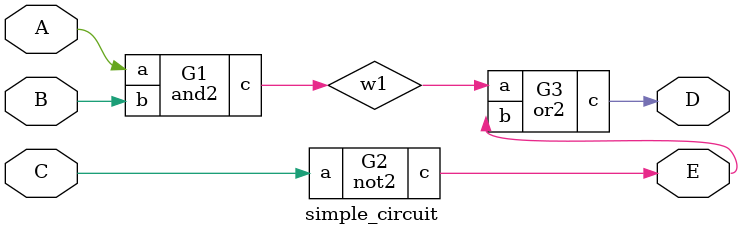
<source format=v>
module and2(a,b,c);
input a,b;
output c;
assign c= a & b;
endmodule

module or2(a,b,c);
input a,b;
output c;
assign c = a|b;
endmodule

module not2(a,c);
input a;
output c;
assign c = !a;
endmodule

module simple_circuit(A,B,C,D,E);
output D,E;
input A,B,C;
wire w1;
and2 G1 (A,B,w1);
not2 G2 (C,E);
or2 G3 (w1,E,D);
endmodule

</source>
